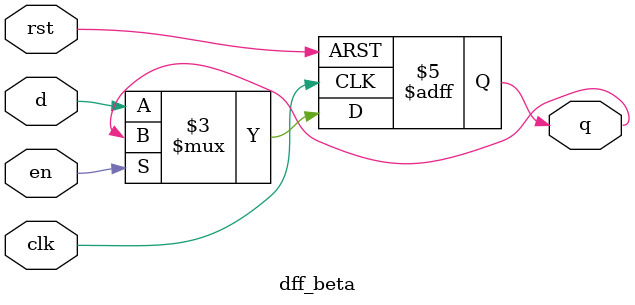
<source format=v>
module dff_beta(clk, rst, en, d, q);

    input clk, rst, en, d;
    output reg q;

    always @(negedge clk, posedge rst) begin 

        if (rst) begin
            q <= 1'b0;
            
        end    
        
        else begin
            if (~en)
                q <= d;
        end 
    end
endmodule 

</source>
